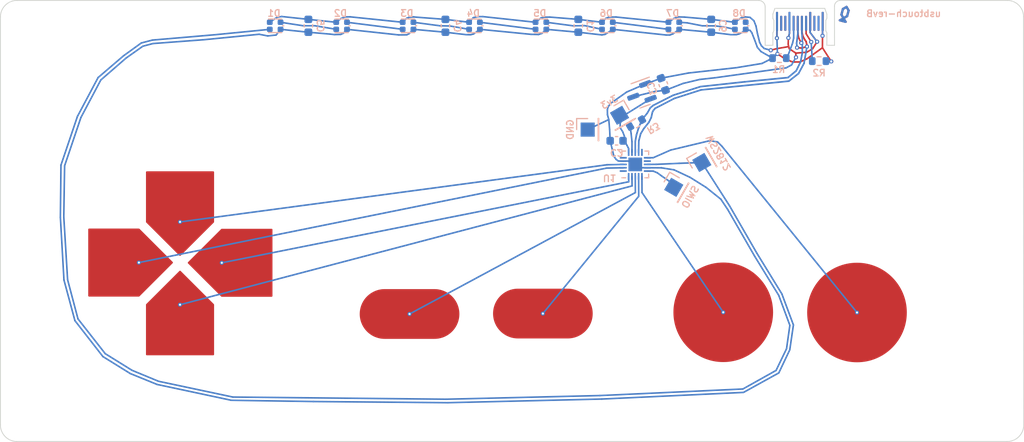
<source format=kicad_pcb>
(kicad_pcb (version 20240108) (generator "pcbnew") (generator_version "8.0")
  (layers (0 "F.Cu" signal) (31 "B.Cu" signal) (34 "B.Paste" user) (35 "F.Paste" user) (36 "B.SilkS" user "B.Silkscreen") (37 "F.SilkS" user "F.Silkscreen") (38 "B.Mask" user) (39 "F.Mask" user) (44 "Edge.Cuts" user))
  (net 0 "")
  (net 1 "GND")
  (net 2 "VDD")
  (net 3 "+5V")
  (net 4 "D+")
  (net 5 "D-")
  (net 6 "SWIO")
  (net 7 "DPU")
  (net 9 "A1")
  (net 10 "A0")
  (net 12 "A2")
  (net 14 "A3")
  (net 15 "A4")
  (net 16 "A7")
  (net 17 "A5")
  (net 18 "A6")
  (net 20 "Net-(J1-CC1)")
  (net 21 "SBU1")
  (net 22 "Net-(J1-CC2)")
  (net 23 "SBU2")
  (net 24 "WS2812")
  (net 25 "Net-(D1-DO)")
  (net 26 "Net-(D2-DO)")
  (net 27 "Net-(D3-DO)")
  (net 28 "Net-(D4-DO)")
  (net 29 "Net-(D5-DO)")
  (net 30 "Net-(D6-DO)")
  (net 31 "Net-(D7-DO)")
  (footprint "usbtouch:AB" (layer "F.Cu") (at 204.1906 87.884)
    (property "Reference" "J9" (hide yes))
    (property "Value" "A")
    (pad "1" smd circle (at 0 0) (size 12 12) (layers "F.Cu") (net 14 "A3"))
  )
  (footprint "usbtouch:DPAD" (layer "F.Cu") (at 138.7856 76.9888 -90)
    (property "Reference" "J5" (hide yes))
    (property "Value" "UP")
    (pad "1" smd custom (at 0 0 270) (size 2.286 1.524) (layers "F.Cu") (net 10 "A0") (options (clearance outline) (anchor rect)) (primitives (gr_poly (pts (xy -6 -4) (xy 0 -4) (xy 4 0) (xy 0 4) (xy -6 4)) (width 0.2) (fill yes))))
  )
  (footprint "usbtouch:DPAD" (layer "F.Cu") (at 133.8326 81.8896)
    (property "Reference" "J3" (hide yes))
    (property "Value" "LEFT")
    (pad "1" smd custom (at 0 0) (size 2.286 1.524) (layers "F.Cu") (net 9 "A1") (options (clearance outline) (anchor rect)) (primitives (gr_poly (pts (xy -6 -4) (xy 0 -4) (xy 4 0) (xy 0 4) (xy -6 4)) (width 0.2) (fill yes))))
  )
  (footprint "usbtouch:STARTSEL" (layer "F.Cu") (at 182.4736 88.0364)
    (property "Reference" "J8" (hide yes))
    (property "Value" "START")
    (pad "1" smd oval (at 0 0) (size 12 6) (layers "F.Cu") (net 15 "A4"))
  )
  (footprint "usbtouch:DPAD" (layer "F.Cu") (at 143.8148 81.915 180)
    (property "Reference" "J6" (hide yes))
    (property "Value" "RIGHT")
    (pad "1" smd custom (at 0 0 180) (size 2.286 1.524) (layers "F.Cu") (net 18 "A6") (options (clearance outline) (anchor rect)) (primitives (gr_poly (pts (xy -6 -4) (xy 0 -4) (xy 4 0) (xy 0 4) (xy -6 4)) (width 0.2) (fill yes))))
  )
  (footprint "usbtouch:STARTSEL" (layer "F.Cu") (at 166.4208 88.0872)
    (property "Reference" "J7" (hide yes))
    (property "Value" "SEL")
    (pad "1" smd oval (at 0 0) (size 12 6) (layers "F.Cu") (net 16 "A7"))
  )
  (footprint "usbtouch:DPAD" (layer "F.Cu") (at 138.7856 86.9682 90)
    (property "Reference" "J4" (hide yes))
    (property "Value" "DOWN")
    (pad "1" smd custom (at 0 0 90) (size 2.286 1.524) (layers "F.Cu") (net 17 "A5") (options (clearance outline) (anchor rect)) (primitives (gr_poly (pts (xy -6 -4) (xy 0 -4) (xy 4 0) (xy 0 4) (xy -6 4)) (width 0.2) (fill yes))))
  )
  (footprint "usbtouch:AB" (layer "F.Cu") (at 220.2942 87.9094)
    (property "Reference" "J10" (hide yes))
    (property "Value" "B")
    (pad "1" smd circle (at 0 0) (size 12 12) (layers "F.Cu") (net 12 "A2"))
  )
  (footprint "Capacitor_SMD:C_0603_1608Metric" (layer "B.Cu") (at 202.74 53.35 90)
    (property "Reference" "C6" (at 0 1.43 90) (layer "B.SilkS") (effects (font (size 0.8 0.8)) (justify mirror)))
    (property "Value" "1u")
    (pad "1" smd roundrect (at -0.775 0 90) (size 0.9 0.95) (layers "B.Cu" "B.Paste" "B.Mask") (net 1 "GND"))
    (pad "2" smd roundrect (at 0.775 0 90) (size 0.9 0.95) (layers "B.Cu" "B.Paste" "B.Mask") (net 3 "+5V"))
  )
  (footprint "cnhardware:XL-1615RGBC-WS2812B" (layer "B.Cu") (at 190.24 53.35 180)
    (property "Reference" "D6" (at 0.14 1.509999 0) (layer "B.SilkS") (effects (font (size 0.8 0.8)) (justify mirror)))
    (property "Value" "~")
    (pad "1" smd roundrect (at -0.650001 0.425 180) (size 0.7 0.65) (layers "B.Cu" "B.Paste" "B.Mask") (net 30 "Net-(D6-DO)"))
    (pad "2" smd roundrect (at 0.650001 0.425 180) (size 0.7 0.65) (layers "B.Cu" "B.Paste" "B.Mask") (net 3 "+5V"))
    (pad "3" smd roundrect (at -0.650001 -0.425 180) (size 0.7 0.65) (layers "B.Cu" "B.Paste" "B.Mask") (net 1 "GND"))
    (pad "4" smd roundrect (at 0.650001 -0.425 180) (size 0.7 0.65) (layers "B.Cu" "B.Paste" "B.Mask") (net 29 "Net-(D5-DO)"))
  )
  (footprint "cnhardware:XL-1615RGBC-WS2812B" (layer "B.Cu") (at 182.24 53.35 180)
    (property "Reference" "D5" (at 0.140001 1.51 0) (layer "B.SilkS") (effects (font (size 0.8 0.8)) (justify mirror)))
    (property "Value" "~")
    (pad "1" smd roundrect (at -0.650001 0.425 180) (size 0.7 0.65) (layers "B.Cu" "B.Paste" "B.Mask") (net 29 "Net-(D5-DO)"))
    (pad "2" smd roundrect (at 0.650001 0.425 180) (size 0.7 0.65) (layers "B.Cu" "B.Paste" "B.Mask") (net 3 "+5V"))
    (pad "3" smd roundrect (at -0.650001 -0.425 180) (size 0.7 0.65) (layers "B.Cu" "B.Paste" "B.Mask") (net 1 "GND"))
    (pad "4" smd roundrect (at 0.650001 -0.425 180) (size 0.7 0.65) (layers "B.Cu" "B.Paste" "B.Mask") (net 28 "Net-(D4-DO)"))
  )
  (footprint "Package_TO_SOT_SMD:SOT-23" (layer "B.Cu") (at 194.24412 61.577936 -160)
    (property "Reference" "U2" (hide yes))
    (property "Value" "XC6206P332MR")
    (pad "1" smd roundrect (at -0.937499 0.949999 200) (size 1.475 0.6) (layers "B.Cu" "B.Paste" "B.Mask") (net 1 "GND"))
    (pad "2" smd roundrect (at -0.937499 -0.95 200) (size 1.475 0.6) (layers "B.Cu" "B.Paste" "B.Mask") (net 2 "VDD"))
    (pad "3" smd roundrect (at 0.937499 0 200) (size 1.475 0.6) (layers "B.Cu" "B.Paste" "B.Mask") (net 3 "+5V"))
  )
  (footprint "cnhardware:XL-1615RGBC-WS2812B" (layer "B.Cu") (at 206.24 53.35 180)
    (property "Reference" "D8" (at 0.14 1.51 0) (layer "B.SilkS") (effects (font (size 0.8 0.8)) (justify mirror)))
    (property "Value" "~")
    (pad "1" smd roundrect (at -0.65 0.425 180) (size 0.7 0.65) (layers "B.Cu" "B.Paste" "B.Mask"))
    (pad "2" smd roundrect (at 0.65 0.425 180) (size 0.7 0.65) (layers "B.Cu" "B.Paste" "B.Mask") (net 3 "+5V"))
    (pad "3" smd roundrect (at -0.65 -0.425 180) (size 0.7 0.65) (layers "B.Cu" "B.Paste" "B.Mask") (net 1 "GND"))
    (pad "4" smd roundrect (at 0.65 -0.425 180) (size 0.7 0.65) (layers "B.Cu" "B.Paste" "B.Mask") (net 31 "Net-(D7-DO)"))
  )
  (footprint "Capacitor_SMD:C_0603_1608Metric" (layer "B.Cu") (at 154.24 53.35 90)
    (property "Reference" "C5" (at 0 1.43 -90) (layer "B.SilkS") (effects (font (size 0.8 0.8)) (justify mirror)))
    (property "Value" "1u")
    (pad "1" smd roundrect (at -0.775 0 90) (size 0.9 0.95) (layers "B.Cu" "B.Paste" "B.Mask") (net 1 "GND"))
    (pad "2" smd roundrect (at 0.775 0 90) (size 0.9 0.95) (layers "B.Cu" "B.Paste" "B.Mask") (net 3 "+5V"))
  )
  (footprint "cnhardware:XL-1615RGBC-WS2812B" (layer "B.Cu") (at 174.24 53.35 180)
    (property "Reference" "D4" (at 0.14 1.51 0) (layer "B.SilkS") (effects (font (size 0.8 0.8)) (justify mirror)))
    (property "Value" "~")
    (pad "1" smd roundrect (at -0.65 0.425 180) (size 0.7 0.65) (layers "B.Cu" "B.Paste" "B.Mask") (net 28 "Net-(D4-DO)"))
    (pad "2" smd roundrect (at 0.65 0.425 180) (size 0.7 0.65) (layers "B.Cu" "B.Paste" "B.Mask") (net 3 "+5V"))
    (pad "3" smd roundrect (at -0.65 -0.425 180) (size 0.7 0.65) (layers "B.Cu" "B.Paste" "B.Mask") (net 1 "GND"))
    (pad "4" smd roundrect (at 0.65 -0.425 180) (size 0.7 0.65) (layers "B.Cu" "B.Paste" "B.Mask") (net 27 "Net-(D3-DO)"))
  )
  (footprint "Capacitor_SMD:C_0603_1608Metric" (layer "B.Cu") (at 186.74 53.35 90)
    (property "Reference" "C1" (at 0 1.43 -90) (layer "B.SilkS") (effects (font (size 0.8 0.8)) (justify mirror)))
    (property "Value" "1u")
    (pad "1" smd roundrect (at -0.775 0 90) (size 0.9 0.95) (layers "B.Cu" "B.Paste" "B.Mask") (net 1 "GND"))
    (pad "2" smd roundrect (at 0.775 0 90) (size 0.9 0.95) (layers "B.Cu" "B.Paste" "B.Mask") (net 3 "+5V"))
  )
  (footprint "Connector_PinHeader_2.54mm:PinHeader_1x01_P2.54mm_Vertical" (layer "B.Cu") (at 187.867 65.8622 -90)
    (property "Reference" "J2" (hide yes))
    (property "Value" "GND" (at 0 2.1082 90) (layer "B.SilkS") (effects (font (size 0.8 0.8)) (justify mirror)))
    (pad "1" smd rect (at 0 0 270) (size 1.7 1.7) (layers "B.Cu" "B.Paste" "B.Mask") (net 1 "GND"))
  )
  (footprint "Capacitor_SMD:C_0603_1608Metric" (layer "B.Cu") (at 191.35 67.21)
    (property "Reference" "C2" (at 0 1.43 180) (layer "B.SilkS") (effects (font (size 0.8 0.8)) (justify mirror)))
    (property "Value" "1u")
    (pad "1" smd roundrect (at -0.775 0) (size 0.9 0.95) (layers "B.Cu" "B.Paste" "B.Mask") (net 1 "GND"))
    (pad "2" smd roundrect (at 0.775 0) (size 0.9 0.95) (layers "B.Cu" "B.Paste" "B.Mask") (net 2 "VDD"))
  )
  (footprint "cnhardware:XL-1615RGBC-WS2812B" (layer "B.Cu") (at 198.24 53.35 180)
    (property "Reference" "D7" (at 0.14 1.51 0) (layer "B.SilkS") (effects (font (size 0.8 0.8)) (justify mirror)))
    (property "Value" "~")
    (pad "1" smd roundrect (at -0.65 0.425 180) (size 0.7 0.65) (layers "B.Cu" "B.Paste" "B.Mask") (net 31 "Net-(D7-DO)"))
    (pad "2" smd roundrect (at 0.65 0.425 180) (size 0.7 0.65) (layers "B.Cu" "B.Paste" "B.Mask") (net 3 "+5V"))
    (pad "3" smd roundrect (at -0.65 -0.425 180) (size 0.7 0.65) (layers "B.Cu" "B.Paste" "B.Mask") (net 1 "GND"))
    (pad "4" smd roundrect (at 0.65 -0.425 180) (size 0.7 0.65) (layers "B.Cu" "B.Paste" "B.Mask") (net 30 "Net-(D6-DO)"))
  )
  (footprint "Resistor_SMD:R_0603_1608Metric" (layer "B.Cu") (at 215.7319 57.605599)
    (property "Reference" "R2" (at 0 1.43 0) (layer "B.SilkS") (effects (font (size 0.8 0.8)) (justify mirror)))
    (property "Value" "5.1k")
    (pad "1" smd roundrect (at -0.825 0) (size 0.8 0.95) (layers "B.Cu" "B.Paste" "B.Mask") (net 22 "Net-(J1-CC2)"))
    (pad "2" smd roundrect (at 0.825 0) (size 0.8 0.95) (layers "B.Cu" "B.Paste" "B.Mask") (net 1 "GND"))
  )
  (footprint "Capacitor_SMD:C_0603_1608Metric" (layer "B.Cu") (at 170.74 53.35 90)
    (property "Reference" "C4" (at 0 1.43 -90) (layer "B.SilkS") (effects (font (size 0.8 0.8)) (justify mirror)))
    (property "Value" "1u")
    (pad "1" smd roundrect (at -0.775 0 90) (size 0.9 0.95) (layers "B.Cu" "B.Paste" "B.Mask") (net 1 "GND"))
    (pad "2" smd roundrect (at 0.775 0 90) (size 0.9 0.95) (layers "B.Cu" "B.Paste" "B.Mask") (net 3 "+5V"))
  )
  (footprint "Connector_PinHeader_2.54mm:PinHeader_1x01_P2.54mm_Vertical" (layer "B.Cu") (at 198.2302 72.8218 -120)
    (property "Reference" "J12" (hide yes))
    (property "Value" "SWIO" (at 0 -2.33 60) (layer "B.SilkS") (effects (font (size 0.8 0.8)) (justify mirror)))
    (pad "1" smd rect (at 0 0 240) (size 1.7 1.7) (layers "B.Cu" "B.Paste" "B.Mask") (net 6 "SWIO"))
  )
  (footprint "cnhardware:XL-1615RGBC-WS2812B" (layer "B.Cu") (at 158.24 53.35 180)
    (property "Reference" "D2" (at 0.14 1.51 0) (layer "B.SilkS") (effects (font (size 0.8 0.8)) (justify mirror)))
    (property "Value" "~")
    (pad "1" smd roundrect (at -0.65 0.425 180) (size 0.7 0.65) (layers "B.Cu" "B.Paste" "B.Mask") (net 26 "Net-(D2-DO)"))
    (pad "2" smd roundrect (at 0.65 0.425 180) (size 0.7 0.65) (layers "B.Cu" "B.Paste" "B.Mask") (net 3 "+5V"))
    (pad "3" smd roundrect (at -0.65 -0.425 180) (size 0.7 0.65) (layers "B.Cu" "B.Paste" "B.Mask") (net 1 "GND"))
    (pad "4" smd roundrect (at 0.65 -0.425 180) (size 0.7 0.65) (layers "B.Cu" "B.Paste" "B.Mask") (net 25 "Net-(D1-DO)"))
  )
  (footprint "cnhardware:XL-1615RGBC-WS2812B" (layer "B.Cu") (at 166.24 53.35 180)
    (property "Reference" "D3" (at 0.14 1.51 0) (layer "B.SilkS") (effects (font (size 0.8 0.8)) (justify mirror)))
    (property "Value" "~")
    (pad "1" smd roundrect (at -0.65 0.425 180) (size 0.7 0.65) (layers "B.Cu" "B.Paste" "B.Mask") (net 27 "Net-(D3-DO)"))
    (pad "2" smd roundrect (at 0.65 0.425 180) (size 0.7 0.65) (layers "B.Cu" "B.Paste" "B.Mask") (net 3 "+5V"))
    (pad "3" smd roundrect (at -0.65 -0.425 180) (size 0.7 0.65) (layers "B.Cu" "B.Paste" "B.Mask") (net 1 "GND"))
    (pad "4" smd roundrect (at 0.65 -0.425 180) (size 0.7 0.65) (layers "B.Cu" "B.Paste" "B.Mask") (net 26 "Net-(D2-DO)"))
  )
  (footprint "Connector_PinHeader_2.54mm:PinHeader_1x01_P2.54mm_Vertical" (layer "B.Cu") (at 201.6084 69.8246 -60)
    (property "Reference" "J13" (hide yes))
    (property "Value" "WS2812" (at 0 -2.33 120) (layer "B.SilkS") (effects (font (size 0.8 0.8)) (justify mirror)))
    (pad "1" smd rect (at 0 0 300) (size 1.7 1.7) (layers "B.Cu" "B.Paste" "B.Mask") (net 24 "WS2812"))
  )
  (footprint "Connector_PinHeader_2.54mm:PinHeader_1x01_P2.54mm_Vertical" (layer "B.Cu") (at 191.7024 64.135 -150)
    (property "Reference" "J11" (hide yes))
    (property "Value" "3v3" (at 0.268458 1.973417 30) (layer "B.SilkS") (effects (font (size 0.8 0.8)) (justify mirror)))
    (pad "1" smd rect (at 0 0 210) (size 1.7 1.7) (layers "B.Cu" "B.Paste" "B.Mask") (net 2 "VDD"))
  )
  (footprint "Resistor_SMD:R_0603_1608Metric" (layer "B.Cu") (at 210.9519 57.245599 180)
    (property "Reference" "R1" (at 0.09 -1.37 0) (layer "B.SilkS") (effects (font (size 0.8 0.8)) (justify mirror)))
    (property "Value" "5.1k")
    (pad "1" smd roundrect (at -0.825 0 180) (size 0.8 0.95) (layers "B.Cu" "B.Paste" "B.Mask") (net 20 "Net-(J1-CC1)"))
    (pad "2" smd roundrect (at 0.825 0 180) (size 0.8 0.95) (layers "B.Cu" "B.Paste" "B.Mask") (net 1 "GND"))
  )
  (footprint "Resistor_SMD:R_0603_1608Metric" (layer "B.Cu") (at 193.69 65.08 30)
    (property "Reference" "R3" (at 1.503469 1.547916 -150) (layer "B.SilkS") (effects (font (size 0.8 0.8)) (justify mirror)))
    (property "Value" "1.5k")
    (pad "1" smd roundrect (at -0.825 0 30) (size 0.8 0.95) (layers "B.Cu" "B.Paste" "B.Mask") (net 7 "DPU"))
    (pad "2" smd roundrect (at 0.825 0 30) (size 0.8 0.95) (layers "B.Cu" "B.Paste" "B.Mask") (net 5 "D-"))
  )
  (footprint "Package_DFN_QFN:QFN-20-1EP_3x3mm_P0.4mm_EP1.65x1.65mm" (layer "B.Cu") (at 193.6 70.06)
    (property "Reference" "U1" (at -3.0914 1.6442 180) (layer "B.SilkS") (effects (font (size 0.8 0.8)) (justify mirror)))
    (property "Value" "CH32V003F4U6")
    (pad "1" smd roundrect (at -1.45 0.8) (size 0.85 0.2) (layers "B.Cu" "B.Paste" "B.Mask"))
    (pad "2" smd roundrect (at -1.45 0.4) (size 0.85 0.2) (layers "B.Cu" "B.Paste" "B.Mask") (net 9 "A1"))
    (pad "3" smd roundrect (at -1.45 0) (size 0.85 0.2) (layers "B.Cu" "B.Paste" "B.Mask") (net 10 "A0"))
    (pad "4" smd roundrect (at -1.45 -0.4) (size 0.85 0.2) (layers "B.Cu" "B.Paste" "B.Mask") (net 1 "GND"))
    (pad "5" smd roundrect (at -1.45 -0.8) (size 0.85 0.2) (layers "B.Cu" "B.Paste" "B.Mask"))
    (pad "6" smd roundrect (at -0.8 -1.45) (size 0.2 0.85) (layers "B.Cu" "B.Paste" "B.Mask") (net 2 "VDD"))
    (pad "7" smd roundrect (at -0.4 -1.45) (size 0.2 0.85) (layers "B.Cu" "B.Paste" "B.Mask") (net 7 "DPU"))
    (pad "8" smd roundrect (at 0 -1.45) (size 0.2 0.85) (layers "B.Cu" "B.Paste" "B.Mask") (net 5 "D-"))
    (pad "9" smd roundrect (at 0.4 -1.45) (size 0.2 0.85) (layers "B.Cu" "B.Paste" "B.Mask") (net 4 "D+"))
    (pad "10" smd roundrect (at 0.8 -1.45) (size 0.2 0.85) (layers "B.Cu" "B.Paste" "B.Mask"))
    (pad "11" smd roundrect (at 1.45 -0.8) (size 0.85 0.2) (layers "B.Cu" "B.Paste" "B.Mask") (net 12 "A2"))
    (pad "12" smd roundrect (at 1.45 -0.4) (size 0.85 0.2) (layers "B.Cu" "B.Paste" "B.Mask"))
    (pad "13" smd roundrect (at 1.45 0) (size 0.85 0.2) (layers "B.Cu" "B.Paste" "B.Mask") (net 24 "WS2812"))
    (pad "14" smd roundrect (at 1.45 0.4) (size 0.85 0.2) (layers "B.Cu" "B.Paste" "B.Mask") (net 1 "GND"))
    (pad "15" smd roundrect (at 1.45 0.8) (size 0.85 0.2) (layers "B.Cu" "B.Paste" "B.Mask") (net 6 "SWIO"))
    (pad "16" smd roundrect (at 0.8 1.45) (size 0.2 0.85) (layers "B.Cu" "B.Paste" "B.Mask") (net 14 "A3"))
    (pad "17" smd roundrect (at 0.4 1.45) (size 0.2 0.85) (layers "B.Cu" "B.Paste" "B.Mask") (net 15 "A4"))
    (pad "18" smd roundrect (at 0 1.45) (size 0.2 0.85) (layers "B.Cu" "B.Paste" "B.Mask") (net 16 "A7"))
    (pad "19" smd roundrect (at -0.4 1.45) (size 0.2 0.85) (layers "B.Cu" "B.Paste" "B.Mask") (net 17 "A5"))
    (pad "20" smd roundrect (at -0.8 1.45) (size 0.2 0.85) (layers "B.Cu" "B.Paste" "B.Mask") (net 18 "A6"))
    (pad "21" smd rect (at 0 0) (size 1.65 1.65) (layers "B.Cu" "B.Mask") (net 1 "GND"))
  )
  (footprint "cnhardware:USB_C_PADDLE" (layer "B.Cu") (at 213.4127 53.695799 180)
    (property "Reference" "J1" (hide yes))
    (property "Value" "USB_C_Receptacle_USB2.0")
    (fp_line (start 3.250001 1.75) (end 3 2.45) (stroke (width 0.1)) (layer "Edge.Cuts"))
    (fp_line (start 3.250001 1.25) (end 3.250001 1.75) (stroke (width 0.1)) (layer "Edge.Cuts"))
    (fp_line (start 3.250001 -0.5) (end 3.25 -2) (stroke (width 0.1)) (layer "Edge.Cuts"))
    (fp_line (start 3.125 0.999999) (end 3.250001 1.25) (stroke (width 0.1)) (layer "Edge.Cuts"))
    (fp_line (start 3.124999 -0.25) (end 3.250001 -0.5) (stroke (width 0.1)) (layer "Edge.Cuts"))
    (fp_line (start 3.124999 -0.25) (end 3.125 0.999999) (stroke (width 0.1)) (layer "Edge.Cuts"))
    (fp_line (start -3 2.45) (end 3 2.45) (stroke (width 0.1)) (layer "Edge.Cuts"))
    (fp_line (start -3.124999 1) (end -3.250001 1.25) (stroke (width 0.1)) (layer "Edge.Cuts"))
    (fp_line (start -3.124999 -0.25) (end -3.124999 1) (stroke (width 0.1)) (layer "Edge.Cuts"))
    (fp_line (start -3.124999 -0.25) (end -3.250001 -0.5) (stroke (width 0.1)) (layer "Edge.Cuts"))
    (fp_line (start -3.25 1.749999) (end -3 2.45) (stroke (width 0.1)) (layer "Edge.Cuts"))
    (fp_line (start -3.25 -2) (end -3.250001 -0.5) (stroke (width 0.1)) (layer "Edge.Cuts"))
    (fp_line (start -3.250001 1.25) (end -3.25 1.749999) (stroke (width 0.1)) (layer "Edge.Cuts"))
    (pad "A1" smd roundrect (at 2.75 0.875 180) (size 0.25 2.3) (layers "B.Cu" "B.Paste" "B.Mask") (net 1 "GND"))
    (pad "A2" smd roundrect (at 2.25 0.650001 180) (size 0.25 1.8) (layers "B.Cu" "B.Paste" "B.Mask"))
    (pad "A3" smd roundrect (at 1.749999 0.65 180) (size 0.25 1.8) (layers "B.Cu" "B.Paste" "B.Mask"))
    (pad "A4" smd roundrect (at 1.25 0.875 180) (size 0.25 2.3) (layers "B.Cu" "B.Paste" "B.Mask") (net 3 "+5V"))
    (pad "A5" smd roundrect (at 0.75 0.65 180) (size 0.25 1.8) (layers "B.Cu" "B.Paste" "B.Mask") (net 20 "Net-(J1-CC1)"))
    (pad "A6" smd roundrect (at 0.249999 0.65 180) (size 0.25 1.8) (layers "B.Cu" "B.Paste" "B.Mask") (net 4 "D+"))
    (pad "A7" smd roundrect (at -0.25 0.650001) (size 0.25 1.8) (layers "B.Cu" "B.Paste" "B.Mask") (net 5 "D-"))
    (pad "A8" smd roundrect (at -0.75 0.65) (size 0.25 1.8) (layers "B.Cu" "B.Paste" "B.Mask") (net 21 "SBU1"))
    (pad "A9" smd roundrect (at -1.25 0.875) (size 0.25 2.3) (layers "B.Cu" "B.Paste" "B.Mask") (net 3 "+5V"))
    (pad "A10" smd roundrect (at -1.75 0.650001) (size 0.25 1.8) (layers "B.Cu" "B.Paste" "B.Mask"))
    (pad "A11" smd roundrect (at -2.25 0.650001) (size 0.25 1.8) (layers "B.Cu" "B.Paste" "B.Mask"))
    (pad "A12" smd roundrect (at -2.75 0.875) (size 0.25 2.3) (layers "B.Cu" "B.Paste" "B.Mask") (net 1 "GND"))
    (pad "B1" smd roundrect (at -2.75 0.87 180) (size 0.25 2.3) (layers "F.Cu" "F.Paste" "F.Mask") (net 1 "GND"))
    (pad "B2" smd roundrect (at -2.25 0.645 180) (size 0.25 1.8) (layers "F.Cu" "F.Paste" "F.Mask"))
    (pad "B3" smd roundrect (at -1.749999 0.645 180) (size 0.25 1.8) (layers "F.Cu" "F.Paste" "F.Mask"))
    (pad "B4" smd roundrect (at -1.25 0.87 180) (size 0.25 2.3) (layers "F.Cu" "F.Paste" "F.Mask") (net 3 "+5V"))
    (pad "B5" smd roundrect (at -0.75 0.645 180) (size 0.25 1.8) (layers "F.Cu" "F.Paste" "F.Mask") (net 22 "Net-(J1-CC2)"))
    (pad "B6" smd roundrect (at -0.25 0.644999 180) (size 0.25 1.8) (layers "F.Cu" "F.Paste" "F.Mask") (net 4 "D+"))
    (pad "B7" smd roundrect (at 0.25 0.644999) (size 0.25 1.8) (layers "F.Cu" "F.Paste" "F.Mask") (net 5 "D-"))
    (pad "B8" smd roundrect (at 0.75 0.645) (size 0.25 1.8) (layers "F.Cu" "F.Paste" "F.Mask") (net 23 "SBU2"))
    (pad "B9" smd roundrect (at 1.25 0.87) (size 0.25 2.3) (layers "F.Cu" "F.Paste" "F.Mask") (net 3 "+5V"))
    (pad "B10" smd roundrect (at 1.75 0.644999) (size 0.25 1.8) (layers "F.Cu" "F.Paste" "F.Mask"))
    (pad "B11" smd roundrect (at 2.25 0.645) (size 0.25 1.8) (layers "F.Cu" "F.Paste" "F.Mask"))
    (pad "B12" smd roundrect (at 2.75 0.87) (size 0.25 2.3) (layers "F.Cu" "F.Paste" "F.Mask") (net 1 "GND"))
  )
  (footprint "cnhardware:XL-1615RGBC-WS2812B" (layer "B.Cu") (at 150.24 53.35 180)
    (property "Reference" "D1" (at 0.14 1.509999 0) (layer "B.SilkS") (effects (font (size 0.8 0.8)) (justify mirror)))
    (property "Value" "~")
    (pad "1" smd roundrect (at -0.650001 0.425 180) (size 0.7 0.65) (layers "B.Cu" "B.Paste" "B.Mask") (net 25 "Net-(D1-DO)"))
    (pad "2" smd roundrect (at 0.650001 0.425 180) (size 0.7 0.65) (layers "B.Cu" "B.Paste" "B.Mask") (net 3 "+5V"))
    (pad "3" smd roundrect (at -0.650001 -0.425 180) (size 0.7 0.65) (layers "B.Cu" "B.Paste" "B.Mask") (net 1 "GND"))
    (pad "4" smd roundrect (at 0.650001 -0.425 180) (size 0.7 0.65) (layers "B.Cu" "B.Paste" "B.Mask") (net 24 "WS2812"))
  )
  (footprint "Capacitor_SMD:C_0603_1608Metric" (layer "B.Cu") (at 196.97 60.39 -70)
    (property "Reference" "C3" (at 0 1.43 110) (layer "B.SilkS") (effects (font (size 0.8 0.8)) (justify mirror)))
    (property "Value" "1u")
    (pad "1" smd roundrect (at -0.775 -0.000001 290) (size 0.9 0.95) (layers "B.Cu" "B.Paste" "B.Mask") (net 1 "GND"))
    (pad "2" smd roundrect (at 0.775 0.000001 290) (size 0.9 0.95) (layers "B.Cu" "B.Paste" "B.Mask") (net 3 "+5V"))
  )
  (gr_line (start 240.345527 52.249973) (end 240.37 101.46) (stroke (width 0.1)) (layer "Edge.Cuts"))
  (gr_arc (start 208.4529 50.292199) (mid 209.009676 50.522823) (end 209.2403 51.079599) (stroke (width 0.1)) (layer "Edge.Cuts"))
  (gr_arc (start 217.5827 50.992199) (mid 217.787725 50.497224) (end 218.2827 50.292199) (stroke (width 0.1)) (layer "Edge.Cuts"))
  (gr_arc (start 238.41 50.29) (mid 239.780725 50.872051) (end 240.345527 52.249973) (stroke (width 0.1)) (layer "Edge.Cuts"))
  (gr_line (start 209.2403 51.079599) (end 209.2403 55.702399) (stroke (width 0.1)) (layer "Edge.Cuts"))
  (gr_line (start 238.37 103.46) (end 119.12 103.46) (stroke (width 0.1)) (layer "Edge.Cuts"))
  (gr_arc (start 117.16 52.29) (mid 117.745786 50.875786) (end 119.16 50.29) (stroke (width 0.1)) (layer "Edge.Cuts"))
  (gr_line (start 217.5827 50.992199) (end 217.587725 55.702399) (stroke (width 0.1)) (layer "Edge.Cuts"))
  (gr_line (start 209.2403 55.702399) (end 210.1627 55.695799) (stroke (width 0.1)) (layer "Edge.Cuts"))
  (gr_arc (start 119.12 103.46) (mid 117.732239 102.860128) (end 117.160808 101.460416) (stroke (width 0.1)) (layer "Edge.Cuts"))
  (gr_line (start 217.587725 55.702399) (end 216.6627 55.695799) (stroke (width 0.1)) (layer "Edge.Cuts"))
  (gr_line (start 119.16 50.29) (end 208.4529 50.292199) (stroke (width 0.1)) (layer "Edge.Cuts"))
  (gr_line (start 218.2827 50.292199) (end 238.41 50.29) (stroke (width 0.1)) (layer "Edge.Cuts"))
  (gr_line (start 117.160808 101.460416) (end 117.16 52.29) (stroke (width 0.1)) (layer "Edge.Cuts"))
  (gr_arc (start 240.37 101.46) (mid 239.784214 102.874214) (end 238.37 103.46) (stroke (width 0.1)) (layer "Edge.Cuts"))
  (gr_text "usbtouch-revB" (at 230.5 52.34 0) (layer "B.SilkS") (effects (font (size 0.8 0.8)) (justify left bottom mirror)))
  (segment (start 219.28582 51.505305) (end 219.102806 52.188318) (width 0.27) (layer "F.Cu") (net 0))
  (segment (start 218.919794 52.871332) (end 218.419794 52.005305) (width 0.27) (layer "F.Cu") (net 0))
  (segment (start 218.419794 52.005305) (end 218.602806 51.322293) (width 0.27) (layer "F.Cu") (net 0))
  (segment (start 218.602806 51.322293) (end 219.035819 51.072293) (width 0.27) (layer "F.Cu") (net 0))
  (segment (start 218.236782 52.688318) (end 218.919794 52.871332) (width 0.27) (layer "F.Cu") (net 0))
  (segment (start 219.102806 52.188318) (end 218.236782 52.688318) (width 0.27) (layer "F.Cu") (net 0))
  (segment (start 219.035819 51.072293) (end 219.28582 51.505305) (width 0.27) (layer "F.Cu") (net 0))
  (segment (start 218.919794 52.871332) (end 218.236782 52.688318) (width 0.27) (layer "B.Cu") (net 0))
  (segment (start 219.102806 52.188317) (end 219.28582 51.505305) (width 0.27) (layer "B.Cu") (net 0))
  (segment (start 219.28582 51.505305) (end 219.035819 51.072293) (width 0.27) (layer "B.Cu") (net 0))
  (segment (start 218.236782 52.688318) (end 219.102806 52.188317) (width 0.27) (layer "B.Cu") (net 0))
  (segment (start 218.602806 51.322293) (end 218.419794 52.005305) (width 0.27) (layer "B.Cu") (net 0))
  (segment (start 218.419794 52.005305) (end 218.919794 52.871332) (width 0.27) (layer "B.Cu") (net 0))
  (segment (start 219.035819 51.072293) (end 218.602806 51.322293) (width 0.27) (layer "B.Cu") (net 0))
  (segment (start 214.2695 57.327999) (end 213.4313 57.708999) (width 0.19) (layer "F.Cu") (net 1))
  (segment (start 216.133555 55.995599) (end 217.1919 57.645599) (width 0.19) (layer "F.Cu") (net 1))
  (segment (start 216.1627 52.825799) (end 216.1419 54.555599) (width 0.19) (layer "F.Cu") (net 1))
  (segment (start 216.133555 55.995599) (end 214.2695 57.327999) (width 0.19) (layer "F.Cu") (net 1))
  (segment (start 216.133555 55.995599) (end 216.1419 54.555599) (width 0.19) (layer "F.Cu") (net 1))
  (segment (start 212.7709 57.708999) (end 212.3899 57.658199) (width 0.19) (layer "F.Cu") (net 1))
  (segment (start 211.3993 57.175599) (end 210.7135 56.743799) (width 0.19) (layer "F.Cu") (net 1))
  (segment (start 213.4313 57.708999) (end 212.7709 57.708999) (width 0.19) (layer "F.Cu") (net 1))
  (segment (start 212.3899 57.658199) (end 211.3993 57.175599) (width 0.19) (layer "F.Cu") (net 1))
  (segment (start 210.6627 52.825799) (end 210.6519 54.835599) (width 0.19) (layer "F.Cu") (net 1))
  (via (at 216.1419 54.555599) (size 0.5) (drill 0.25) (layers "F.Cu" "B.Cu") (net 1))
  (via (at 217.1919 57.645599) (size 0.5) (drill 0.25) (layers "F.Cu" "B.Cu") (net 1))
  (via (at 210.7135 56.743799) (size 0.5) (drill 0.25) (layers "F.Cu" "B.Cu") (net 1))
  (via (at 210.6519 54.835599) (size 0.5) (drill 0.25) (layers "F.Cu" "B.Cu") (net 1))
  (segment (start 200 59.04) (end 196.704935 59.661738) (width 0.19) (layer "B.Cu") (net 1))
  (segment (start 170.83 98.36) (end 145.14 98.1) (width 0.19) (layer "B.Cu") (net 1))
  (segment (start 207.63 54.18) (end 207.42 53.91) (width 0.19) (layer "B.Cu") (net 1))
  (segment (start 191.29 69.45) (end 191.03 69.09) (width 0.19) (layer "B.Cu") (net 1))
  (segment (start 205.11 54.42) (end 202.74 54.125) (width 0.19) (layer "B.Cu") (net 1))
  (segment (start 203.9 74.25) (end 204.72 75.48) (width 0.19) (layer "B.Cu") (net 1))
  (segment (start 124.89 70.22) (end 126.85 64.41) (width 0.19) (layer "B.Cu") (net 1))
  (segment (start 207.42 53.91) (end 206.89 53.775) (width 0.19) (layer "B.Cu") (net 1))
  (segment (start 191.03 69.09) (end 190.575 67.21) (width 0.19) (layer "B.Cu") (net 1))
  (segment (start 190.51 65.86) (end 190.575 67.21) (width 0.19) (layer "B.Cu") (net 1))
  (segment (start 166.37 54.3) (end 166.89 53.775) (width 0.19) (layer "B.Cu") (net 1))
  (segment (start 190.63 62.7) (end 192.57 61.33) (width 0.19) (layer "B.Cu") (net 1))
  (segment (start 156.85 54.35) (end 157.37 54.41) (width 0.19) (layer "B.Cu") (net 1))
  (segment (start 157.37 54.41) (end 158.13 54.39) (width 0.19) (layer "B.Cu") (net 1))
  (segment (start 166.09 54.44) (end 166.37 54.3) (width 0.19) (layer "B.Cu") (net 1))
  (segment (start 216.1419 54.555599) (end 216.1627 52.820799) (width 0.19) (layer "B.Cu") (net 1))
  (segment (start 190.24 63.46) (end 190.32 63.13) (width 0.19) (layer "B.Cu") (net 1))
  (segment (start 174.12 54.34) (end 174.89 53.775) (width 0.19) (layer "B.Cu") (net 1))
  (segment (start 190.41 64.65) (end 190.25 64.08) (width 0.19) (layer "B.Cu") (net 1))
  (segment (start 181.04 54.38) (end 181.95 54.4) (width 0.19) (layer "B.Cu") (net 1))
  (segment (start 189.95 54.385) (end 189.58 54.45) (width 0.19) (layer "B.Cu") (net 1))
  (segment (start 182.36 54.26) (end 182.890001 53.775) (width 0.19) (layer "B.Cu") (net 1))
  (segment (start 165.12 54.45) (end 166.09 54.44) (width 0.19) (layer "B.Cu") (net 1))
  (segment (start 166.89 53.775) (end 170.74 54.125) (width 0.19) (layer "B.Cu") (net 1))
  (segment (start 186.74 54.125) (end 182.890001 53.775) (width 0.19) (layer "B.Cu") (net 1))
  (segment (start 198.26 70.71) (end 200.2 71.62) (width 0.19) (layer "B.Cu") (net 1))
  (segment (start 208.3 55.95) (end 207.97 55.05) (width 0.19) (layer "B.Cu") (net 1))
  (segment (start 202.14 72.84) (end 203.9 74.25) (width 0.19) (layer "B.Cu") (net 1))
  (segment (start 148.32 54.37) (end 149.34 54.57) (width 0.19) (layer "B.Cu") (net 1))
  (segment (start 148.32 54.37) (end 141.74 55.02) (width 0.19) (layer "B.Cu") (net 1))
  (segment (start 204.72 75.48) (end 207.97 81.12) (width 0.19) (layer "B.Cu") (net 1))
  (segment (start 173.77 54.43) (end 174.12 54.34) (width 0.19) (layer "B.Cu") (net 1))
  (segment (start 149.34 54.57) (end 150.36 54.46) (width 0.19) (layer "B.Cu") (net 1))
  (segment (start 205.76 54.42) (end 205.11 54.42) (width 0.19) (layer "B.Cu") (net 1))
  (segment (start 191.56 69.65) (end 192.15 69.66) (width 0.19) (layer "B.Cu") (net 1))
  (segment (start 124.79 76.38) (end 124.89 70.22) (width 0.19) (layer "B.Cu") (net 1))
  (segment (start 190.41 64.65) (end 190.51 65.86) (width 0.19) (layer "B.Cu") (net 1))
  (segment (start 200 59.04) (end 205.76 58.4) (width 0.19) (layer "B.Cu") (net 1))
  (segment (start 158.13 54.39) (end 158.46 54.24) (width 0.19) (layer "B.Cu") (net 1))
  (segment (start 196.75 70.47) (end 198.26 70.71) (width 0.19) (layer "B.Cu") (net 1))
  (segment (start 198.89 53.775) (end 202.74 54.125) (width 0.19) (layer "B.Cu") (net 1))
  (segment (start 196.704935 59.661738) (end 194.344 60.5586) (width 0.19) (layer "B.Cu") (net 1))
  (segment (start 210.87 85.84) (end 212.21 89.45) (width 0.19) (layer "B.Cu") (net 1))
  (segment (start 198.14 54.32) (end 197.77 54.46) (width 0.19) (layer "B.Cu") (net 1))
  (segment (start 198.89 53.775) (end 198.14 54.32) (width 0.19) (layer "B.Cu") (net 1))
  (segment (start 205.76 58.4) (end 208.85 57.89) (width 0.19) (layer "B.Cu") (net 1))
  (segment (start 206.55 97.13) (end 189.33 97.92) (width 0.19) (layer "B.Cu") (net 1))
  (segment (start 210.1269 57.245599) (end 208.74 56.46) (width 0.19) (layer "B.Cu") (net 1))
  (segment (start 154.24 54.125) (end 156.85 54.35) (width 0.19) (layer "B.Cu") (net 1))
  (segment (start 195.05 70.46) (end 196.75 70.47) (width 0.19) (layer "B.Cu") (net 1))
  (segment (start 200.2 71.62) (end 202.14 72.84) (width 0.19) (layer "B.Cu") (net 1))
  (segment (start 133.01 94.88) (end 129.78 92.87) (width 0.19) (layer "B.Cu") (net 1))
  (segment (start 173.25 54.42) (end 173.77 54.43) (width 0.19) (layer "B.Cu") (net 1))
  (segment (start 211.81 92.28) (end 210.55 94.89) (width 0.19) (layer "B.Cu") (net 1))
  (segment (start 125.25 83.96) (end 124.79 76.38) (width 0.19) (layer "B.Cu") (net 1))
  (segment (start 132.29 57.24) (end 134.31 55.81) (width 0.19) (layer "B.Cu") (net 1))
  (segment (start 134.31 55.81) (end 135.52 55.49) (width 0.19) (layer "B.Cu") (net 1))
  (segment (start 206.45 54.16) (end 206.07 54.34) (width 0.19) (layer "B.Cu") (net 1))
  (segment (start 197.31 54.46) (end 190.890001 53.775) (width 0.19) (layer "B.Cu") (net 1))
  (segment (start 126.5 88.68) (end 125.25 83.96) (width 0.19) (layer "B.Cu") (net 1))
  (segment (start 208.74 56.46) (end 208.3 55.95) (width 0.19) (layer "B.Cu") (net 1))
  (segment (start 212.21 89.45) (end 211.81 92.28) (width 0.19) (layer "B.Cu") (net 1))
  (segment (start 136.2 96.2) (end 133.01 94.88) (width 0.19) (layer "B.Cu") (net 1))
  (segment (start 191.29 69.45) (end 191.56 69.65) (width 0.19) (layer "B.Cu") (net 1))
  (segment (start 192.71 69.65) (end 193.6 70.06) (width 0.19) (layer "B.Cu") (net 1))
  (segment (start 154.24 54.125) (end 150.890001 53.775) (width 0.19) (layer "B.Cu") (net 1))
  (segment (start 145.14 98.1) (end 136.2 96.2) (width 0.19) (layer "B.Cu") (net 1))
  (segment (start 174.89 53.775) (end 181.04 54.38) (width 0.19) (layer "B.Cu") (net 1))
  (segment (start 190.25 64.08) (end 190.24 63.46) (width 0.19) (layer "B.Cu") (net 1))
  (segment (start 208.85 57.89) (end 210.1269 57.245599) (width 0.19) (layer "B.Cu") (net 1))
  (segment (start 207.97 81.12) (end 210.87 85.84) (width 0.19) (layer "B.Cu") (net 1))
  (segment (start 206.07 54.34) (end 205.76 54.42) (width 0.19) (layer "B.Cu") (net 1))
  (segment (start 190.41 64.65) (end 187.867 65.8622) (width 0.19) (layer "B.Cu") (net 1))
  (segment (start 207.97 55.05) (end 207.63 54.18) (width 0.19) (layer "B.Cu") (net 1))
  (segment (start 210.7135 56.743799) (end 210.1269 57.245599) (width 0.19) (layer "B.Cu") (net 1))
  (segment (start 150.36 54.46) (end 150.890001 53.775) (width 0.19) (layer "B.Cu") (net 1))
  (segment (start 195.05 70.46) (end 193.88 70.46) (width 0.19) (layer "B.Cu") (net 1))
  (segment (start 190.890001 53.775) (end 190.23 54.22) (width 0.19) (layer "B.Cu") (net 1))
  (segment (start 158.46 54.24) (end 158.89 53.775) (width 0.19) (layer "B.Cu") (net 1))
  (segment (start 129.25 59.88) (end 132.29 57.24) (width 0.19) (layer "B.Cu") (net 1))
  (segment (start 189.58 54.45) (end 186.74 54.125) (width 0.19) (layer "B.Cu") (net 1))
  (segment (start 190.32 63.13) (end 190.63 62.7) (width 0.19) (layer "B.Cu") (net 1))
  (segment (start 190.23 54.22) (end 189.95 54.385) (width 0.19) (layer "B.Cu") (net 1))
  (segment (start 135.52 55.49) (end 141.74 55.02) (width 0.19) (layer "B.Cu") (net 1))
  (segment (start 192.15 69.66) (end 192.71 69.65) (width 0.19) (layer "B.Cu") (net 1))
  (segment (start 210.6519 54.835599) (end 210.6627 52.820799) (width 0.19) (layer "B.Cu") (net 1))
  (segment (start 206.89 53.775) (end 206.45 54.16) (width 0.19) (layer "B.Cu") (net 1))
  (segment (start 192.57 61.33) (end 194.800162 60.364585) (width 0.19) (layer "B.Cu") (net 1))
  (segment (start 126.85 64.41) (end 129.25 59.88) (width 0.19) (layer "B.Cu") (net 1))
  (segment (start 210.55 94.89) (end 206.55 97.13) (width 0.19) (layer "B.Cu") (net 1))
  (segment (start 197.77 54.46) (end 197.31 54.46) (width 0.19) (layer "B.Cu") (net 1))
  (segment (start 189.33 97.92) (end 170.83 98.36) (width 0.19) (layer "B.Cu") (net 1))
  (segment (start 129.78 92.87) (end 126.5 88.68) (width 0.19) (layer "B.Cu") (net 1))
  (segment (start 158.89 53.775) (end 165.12 54.45) (width 0.19) (layer "B.Cu") (net 1))
  (segment (start 210.7135 56.743799) (end 210.6519 54.835599) (width 0.19) (layer "B.Cu") (net 1))
  (segment (start 170.74 54.125) (end 173.25 54.42) (width 0.19) (layer "B.Cu") (net 1))
  (segment (start 181.95 54.4) (end 182.36 54.26) (width 0.19) (layer "B.Cu") (net 1))
  (segment (start 217.1919 57.645599) (end 216.5569 57.605599) (width 0.19) (layer "B.Cu") (net 1))
  (segment (start 192.2612 64.135) (end 191.7786 65.1002) (width 0.19) (layer "B.Cu") (net 2))
  (segment (start 191.7786 65.1002) (end 191.7786 65.6336) (width 0.19) (layer "B.Cu") (net 2))
  (segment (start 195.45 62.15) (end 192.2612 64.135) (width 0.19) (layer "B.Cu") (net 2))
  (segment (start 192.2866 66.6496) (end 192.31 67.21) (width 0.19) (layer "B.Cu") (net 2))
  (segment (start 192.606056 67.777944) (end 192.31 67.21) (width 0.19) (layer "B.Cu") (net 2))
  (segment (start 192.8 68.61) (end 192.8 68.15) (width 0.19) (layer "B.Cu") (net 2))
  (segment (start 192.8 68.15) (end 192.606056 67.777944) (width 0.19) (layer "B.Cu") (net 2))
  (segment (start 192.0834 66.1162) (end 192.2866 66.6496) (width 0.19) (layer "B.Cu") (net 2))
  (segment (start 191.7786 65.6336) (end 192.0834 66.1162) (width 0.19) (layer "B.Cu") (net 2))
  (segment (start 212.9487 57.150199) (end 212.9233 56.642199) (width 0.19) (layer "F.Cu") (net 3))
  (segment (start 210.6219 56.105599) (end 209.9119 56.295599) (width 0.19) (layer "F.Cu") (net 3))
  (segment (start 212.075614 55.855599) (end 212.0089 55.575399) (width 0.19) (layer "F.Cu") (net 3))
  (segment (start 212.1359 56.108799) (end 212.075614 55.855599) (width 0.19) (layer "F.Cu") (net 3))
  (segment (start 215.4887 55.270599) (end 214.6505 54.152999) (width 0.19) (layer "F.Cu") (net 3))
  (segment (start 214.2441 56.540599) (end 212.9233 56.642199) (width 0.19) (layer "F.Cu") (net 3))
  (segment (start 212.075614 55.855599) (end 210.6219 56.105599) (width 0.19) (layer "F.Cu") (net 3))
  (segment (start 215.4887 55.270599) (end 214.9553 56.108799) (width 0.19) (layer "F.Cu") (net 3))
  (segment (start 212.1627 52.825799) (end 212.1613 54.229199) (width 0.19) (layer "F.Cu") (net 3))
  (segment (start 212.0089 55.575399) (end 212.0343 54.813399) (width 0.19) (layer "F.Cu") (net 3))
  (segment (start 212.1613 54.229199) (end 212.0343 54.813399) (width 0.19) (layer "F.Cu") (net 3))
  (segment (start 212.9233 56.642199) (end 212.1359 56.108799) (width 0.19) (layer "F.Cu") (net 3))
  (segment (start 214.9553 56.108799) (end 214.2441 56.540599) (width 0.19) (layer "F.Cu") (net 3))
  (segment (start 214.6505 54.152999) (end 214.6627 52.825799) (width 0.19) (layer "F.Cu") (net 3))
  (via (at 212.0343 54.813399) (size 0.5) (drill 0.25) (layers "F.Cu" "B.Cu") (net 3))
  (via (at 212.9487 57.150199) (size 0.5) (drill 0.25) (layers "F.Cu" "B.Cu") (net 3))
  (via (at 215.4887 55.270599) (size 0.5) (drill 0.25) (layers "F.Cu" "B.Cu") (net 3))
  (via (at 209.9119 56.295599) (size 0.5) (drill 0.25) (layers "F.Cu" "B.Cu") (net 3))
  (segment (start 170.74 52.575) (end 167.37 52.32) (width 0.19) (layer "B.Cu") (net 3))
  (segment (start 205.59 52.925) (end 202.74 52.575) (width 0.19) (layer "B.Cu") (net 3))
  (segment (start 212.9487 57.150199) (end 212.4153 58.064599) (width 0.19) (layer "B.Cu") (net 3))
  (segment (start 167.37 52.32) (end 166.92 52.28) (width 0.19) (layer "B.Cu") (net 3))
  (segment (start 166.08 52.43) (end 165.59 52.925) (width 0.19) (layer "B.Cu") (net 3))
  (segment (start 207.88 52.74) (end 207.4 52.33) (width 0.19) (layer "B.Cu") (net 3))
  (segment (start 197.59 52.925) (end 198.25 52.47) (width 0.19) (layer "B.Cu") (net 3))
  (segment (start 166.92 52.28) (end 166.39 52.32) (width 0.19) (layer "B.Cu") (net 3))
  (segment (start 214.6505 54.152999) (end 214.6627 52.820799) (width 0.19) (layer "B.Cu") (net 3))
  (segment (start 191.28 52.29) (end 190.44 52.3) (width 0.19) (layer "B.Cu") (net 3))
  (segment (start 206.38 52.37) (end 205.59 52.925) (width 0.19) (layer "B.Cu") (net 3))
  (segment (start 209.1219 56.085599) (end 208.7919 55.765599) (width 0.19) (layer "B.Cu") (net 3))
  (segment (start 208.57 55.34) (end 208.44 54.81) (width 0.19) (layer "B.Cu") (net 3))
  (segment (start 193.363159 61.89858) (end 195.94 61.27) (width 0.19) (layer "B.Cu") (net 3))
  (segment (start 190.07 52.44) (end 189.589999 52.925) (width 0.19) (layer "B.Cu") (net 3))
  (segment (start 195.94 61.27) (end 197.235065 61.118262) (width 0.19) (layer "B.Cu") (net 3))
  (segment (start 207.4 52.33) (end 206.82 52.28) (width 0.19) (layer "B.Cu") (net 3))
  (segment (start 192.14 52.38) (end 191.28 52.29) (width 0.19) (layer "B.Cu") (net 3))
  (segment (start 206.82 52.28) (end 206.38 52.37) (width 0.19) (layer "B.Cu") (net 3))
  (segment (start 199.3478 60.2996) (end 197.235065 61.118262) (width 0.19) (layer "B.Cu") (net 3))
  (segment (start 182.24 52.41) (end 181.589999 52.925) (width 0.19) (layer "B.Cu") (net 3))
  (segment (start 198.81 52.28) (end 199.52 52.3) (width 0.19) (layer "B.Cu") (net 3))
  (segment (start 151.03 52.23) (end 154.24 52.575) (width 0.19) (layer "B.Cu") (net 3))
  (segment (start 150.48 52.31) (end 151.03 52.23) (width 0.19) (layer "B.Cu") (net 3))
  (segment (start 181.589999 52.925) (end 175.24 52.24) (width 0.19) (layer "B.Cu") (net 3))
  (segment (start 158.61 52.28) (end 158.14 52.49) (width 0.19) (layer "B.Cu") (net 3))
  (segment (start 189.589999 52.925) (end 186.74 52.575) (width 0.19) (layer "B.Cu") (net 3))
  (segment (start 208.31 54.285599) (end 208.13 53.37) (width 0.19) (layer "B.Cu") (net 3))
  (segment (start 158.14 52.49) (end 157.59 52.925) (width 0.19) (layer "B.Cu") (net 3))
  (segment (start 175.24 52.24) (end 174.65 52.24) (width 0.19) (layer "B.Cu") (net 3))
  (segment (start 208.44 54.81) (end 208.31 54.285599) (width 0.19) (layer "B.Cu") (net 3))
  (segment (start 173.59 52.925) (end 170.74 52.575) (width 0.19) (layer "B.Cu") (net 3))
  (segment (start 201.34 59.82) (end 199.3478 60.2996) (width 0.19) (layer "B.Cu") (net 3))
  (segment (start 208.13 53.37) (end 207.88 52.74) (width 0.19) (layer "B.Cu") (net 3))
  (segment (start 212.1613 54.254599) (end 212.0343 54.813399) (width 0.19) (layer "B.Cu") (net 3))
  (segment (start 157.59 52.925) (end 154.24 52.575) (width 0.19) (layer "B.Cu") (net 3))
  (segment (start 211.7549 58.420199) (end 203.23 59.61) (width 0.19) (layer "B.Cu") (net 3))
  (segment (start 199.52 52.3) (end 202.74 52.575) (width 0.19) (layer "B.Cu") (net 3))
  (segment (start 203.23 59.61) (end 201.34 59.82) (width 0.19) (layer "B.Cu") (net 3))
  (segment (start 209.9119 56.295599) (end 209.1219 56.085599) (width 0.19) (layer "B.Cu") (net 3))
  (segment (start 174.65 52.24) (end 174.09 52.37) (width 0.19) (layer "B.Cu") (net 3))
  (segment (start 208.7919 55.765599) (end 208.57 55.34) (width 0.19) (layer "B.Cu") (net 3))
  (segment (start 183.31 52.3) (end 182.62 52.31) (width 0.19) (layer "B.Cu") (net 3))
  (segment (start 212.1627 52.820799) (end 212.1613 54.254599) (width 0.19) (layer "B.Cu") (net 3))
  (segment (start 166.39 52.32) (end 166.08 52.43) (width 0.19) (layer "B.Cu") (net 3))
  (segment (start 198.25 52.47) (end 198.52 52.34) (width 0.19) (layer "B.Cu") (net 3))
  (segment (start 159.27 52.27) (end 158.61 52.28) (width 0.19) (layer "B.Cu") (net 3))
  (segment (start 174.09 52.37) (end 173.59 52.925) (width 0.19) (layer "B.Cu") (net 3))
  (segment (start 149.589999 52.925) (end 150.48 52.31) (width 0.19) (layer "B.Cu") (net 3))
  (segment (start 197.59 52.925) (end 192.14 52.38) (width 0.19) (layer "B.Cu") (net 3))
  (segment (start 212.4153 58.064599) (end 211.7549 58.420199) (width 0.19) (layer "B.Cu") (net 3))
  (segment (start 190.44 52.3) (end 190.07 52.44) (width 0.19) (layer "B.Cu") (net 3))
  (segment (start 182.62 52.31) (end 182.24 52.41) (width 0.19) (layer "B.Cu") (net 3))
  (segment (start 198.52 52.34) (end 198.81 52.28) (width 0.19) (layer "B.Cu") (net 3))
  (segment (start 215.4887 55.270599) (end 214.6505 54.152999) (width 0.19) (layer "B.Cu") (net 3))
  (segment (start 165.59 52.925) (end 159.27 52.27) (width 0.19) (layer "B.Cu") (net 3))
  (segment (start 186.74 52.575) (end 183.31 52.3) (width 0.19) (layer "B.Cu") (net 3))
  (segment (start 213.6599 54.102199) (end 213.7869 54.610199) (width 0.2) (layer "F.Cu") (net 4))
  (segment (start 213.6627 53.0508) (end 213.6599 54.102199) (width 0.2) (layer "F.Cu") (net 4))
  (segment (start 214.1679 55.245199) (end 214.2441 55.600799) (width 0.2) (layer "F.Cu") (net 4))
  (segment (start 214.2441 55.600799) (end 214.2695 55.854799) (width 0.2) (layer "F.Cu") (net 4))
  (segment (start 213.7869 54.610199) (end 214.0155 55.041999) (width 0.2) (layer "F.Cu") (net 4))
  (segment (start 214.2695 55.854799) (end 213.6345 56.032599) (width 0.2) (layer "F.Cu") (net 4))
  (segment (start 213.6345 56.032599) (end 213.0757 55.981799) (width 0.2) (layer "F.Cu") (net 4))
  (segment (start 214.0155 55.041999) (end 214.1679 55.245199) (width 0.2) (layer "F.Cu") (net 4))
  (via (at 214.2695 55.854799) (size 0.5) (drill 0.25) (layers "F.Cu" "B.Cu") (net 4))
  (via (at 213.0757 55.981799) (size 0.5) (drill 0.25) (layers "F.Cu" "B.Cu") (net 4))
  (segment (start 213.9139 57.886799) (end 213.2535 59.105999) (width 0.2) (layer "B.Cu") (net 4))
  (segment (start 198.3064 62.103) (end 195.995 63.2968) (width 0.2) (layer "B.Cu") (net 4))
  (segment (start 213.162701 53.045799) (end 213.1773 54.254599) (width 0.2) (layer "B.Cu") (net 4))
  (segment (start 195.52 64.41) (end 195.23 64.99) (width 0.2) (layer "B.Cu") (net 4))
  (segment (start 212.0851 60.020399) (end 201.512656 61.076774) (width 0.2) (layer "B.Cu") (net 4))
  (segment (start 195.77 63.56) (end 195.66 63.78) (width 0.2) (layer "B.Cu") (net 4))
  (segment (start 213.0757 55.981799) (end 213.0249 55.448399) (width 0.2) (layer "B.Cu") (net 4))
  (segment (start 195.23 64.99) (end 194.62 65.75) (width 0.2) (layer "B.Cu") (net 4))
  (segment (start 213.2535 59.105999) (end 212.0851 60.020399) (width 0.2) (layer "B.Cu") (net 4))
  (segment (start 194.25 66.36) (end 194.02 67.24) (width 0.2) (layer "B.Cu") (net 4))
  (segment (start 201.512656 61.076774) (end 198.3064 62.103) (width 0.2) (layer "B.Cu") (net 4))
  (segment (start 194.02 67.24) (end 194.01 67.8) (width 0.2) (layer "B.Cu") (net 4))
  (segment (start 194.62 65.75) (end 194.25 66.36) (width 0.2) (layer "B.Cu") (net 4))
  (segment (start 214.2695 55.854799) (end 213.9139 57.886799) (width 0.2) (layer "B.Cu") (net 4))
  (segment (start 195.66 63.78) (end 195.52 64.41) (width 0.2) (layer "B.Cu") (net 4))
  (segment (start 213.1773 54.254599) (end 213.0249 55.448399) (width 0.2) (layer "B.Cu") (net 4))
  (segment (start 194.01 67.8) (end 194 68.61) (width 0.2) (layer "B.Cu") (net 4))
  (segment (start 195.995 63.2968) (end 195.77 63.56) (width 0.2) (layer "B.Cu") (net 4))
  (segment (start 213.5837 55.422999) (end 213.2535 54.762599) (width 0.2) (layer "F.Cu") (net 5))
  (segment (start 213.1773 54.229199) (end 213.1627 53.0508) (width 0.2) (layer "F.Cu") (net 5))
  (segment (start 213.2535 54.762599) (end 213.1773 54.229199) (width 0.2) (layer "F.Cu") (net 5))
  (via (at 213.5837 55.422999) (size 0.5) (drill 0.25) (layers "F.Cu" "B.Cu") (net 5))
  (segment (start 198.154 61.722) (end 201.456 60.6806) (width 0.2) (layer "B.Cu") (net 5))
  (segment (start 195.04 63.88) (end 195.41 63.23) (width 0.2) (layer "B.Cu") (net 5))
  (segment (start 213.6599 54.279999) (end 213.7107 54.889599) (width 0.2) (layer "B.Cu") (net 5))
  (segment (start 194.404471 64.6675) (end 195.04 63.88) (width 0.2) (layer "B.Cu") (net 5))
  (segment (start 193.6 67.28) (end 193.74 66.5) (width 0.2) (layer "B.Cu") (net 5))
  (segment (start 193.74 66.5) (end 193.98 65.72) (width 0.2) (layer "B.Cu") (net 5))
  (segment (start 213.5837 55.422999) (end 213.7107 55.549999) (width 0.2) (layer "B.Cu") (net 5))
  (segment (start 193.98 65.72) (end 194.404471 64.6675) (width 0.2) (layer "B.Cu") (net 5))
  (segment (start 213.6627 53.045798) (end 213.6599 54.279999) (width 0.2) (layer "B.Cu") (net 5))
  (segment (start 201.456 60.6806) (end 206.79 60.1) (width 0.2) (layer "B.Cu") (net 5))
  (segment (start 195.7664 62.9412) (end 198.154 61.722) (width 0.2) (layer "B.Cu") (net 5))
  (segment (start 213.7107 56.591399) (end 213.7107 55.549999) (width 0.2) (layer "B.Cu") (net 5))
  (segment (start 193.6 68.61) (end 193.6 67.28) (width 0.2) (layer "B.Cu") (net 5))
  (segment (start 213.5075 57.683599) (end 213.7107 56.591399) (width 0.2) (layer "B.Cu") (net 5))
  (segment (start 212.9741 58.775799) (end 213.5075 57.683599) (width 0.2) (layer "B.Cu") (net 5))
  (segment (start 195.41 63.23) (end 195.7664 62.9412) (width 0.2) (layer "B.Cu") (net 5))
  (segment (start 213.7107 54.889599) (end 213.7107 55.549999) (width 0.2) (layer "B.Cu") (net 5))
  (segment (start 211.9835 59.588599) (end 212.9741 58.775799) (width 0.2) (layer "B.Cu") (net 5))
  (segment (start 206.79 60.1) (end 211.9835 59.588599) (width 0.2) (layer "B.Cu") (net 5))
  (segment (start 197.6206 72.0344) (end 198.2302 72.8218) (width 0.19) (layer "B.Cu") (net 6))
  (segment (start 195.7664 70.866) (end 196.249 71.0692) (width 0.19) (layer "B.Cu") (net 6))
  (segment (start 196.8078 71.4756) (end 197.6206 72.0344) (width 0.19) (layer "B.Cu") (net 6))
  (segment (start 195.05 70.86) (end 195.7664 70.866) (width 0.19) (layer "B.Cu") (net 6))
  (segment (start 196.249 71.0692) (end 196.8078 71.4756) (width 0.19) (layer "B.Cu") (net 6))
  (segment (start 193.0994 66.3448) (end 193.201 67.31) (width 0.19) (layer "B.Cu") (net 7))
  (segment (start 193.201 67.31) (end 193.2 68.61) (width 0.19) (layer "B.Cu") (net 7))
  (segment (start 193.0994 66.3448) (end 192.975529 65.4925) (width 0.19) (layer "B.Cu") (net 7))
  (via (at 133.8326 81.8896) (size 0.5) (drill 0.25) (layers "F.Cu" "B.Cu") (net 9))
  (segment (start 190.16 70.5) (end 133.8326 81.8896) (width 0.19) (layer "B.Cu") (net 9))
  (segment (start 192.15 70.46) (end 190.16 70.5) (width 0.19) (layer "B.Cu") (net 9))
  (via (at 138.7856 76.9888) (size 0.5) (drill 0.25) (layers "F.Cu" "B.Cu") (net 10))
  (segment (start 192.15 70.06) (end 190.21 70.1) (width 0.19) (layer "B.Cu") (net 10))
  (segment (start 190.21 70.1) (end 138.7856 76.9888) (width 0.19) (layer "B.Cu") (net 10))
  (via (at 220.2942 87.9094) (size 0.5) (drill 0.25) (layers "F.Cu" "B.Cu") (net 12))
  (segment (start 204.035 67.875) (end 220.2942 87.9094) (width 0.19) (layer "B.Cu") (net 12))
  (segment (start 195.76 69.251269) (end 197.86 68.325) (width 0.19) (layer "B.Cu") (net 12))
  (segment (start 203.51 67.35) (end 204.035 67.875) (width 0.19) (layer "B.Cu") (net 12))
  (segment (start 202.56 67.2) (end 203.51 67.35) (width 0.19) (layer "B.Cu") (net 12))
  (segment (start 195.05 69.26) (end 195.76 69.251269) (width 0.19) (layer "B.Cu") (net 12))
  (segment (start 197.86 68.325) (end 202.56 67.2) (width 0.19) (layer "B.Cu") (net 12))
  (via (at 204.1906 87.884) (size 0.5) (drill 0.25) (layers "F.Cu" "B.Cu") (net 14))
  (segment (start 194.4 71.51) (end 194.41 73.45) (width 0.19) (layer "B.Cu") (net 14))
  (segment (start 194.41 73.45) (end 204.1906 87.884) (width 0.19) (layer "B.Cu") (net 14))
  (via (at 182.4736 88.0364) (size 0.5) (drill 0.25) (layers "F.Cu" "B.Cu") (net 15))
  (segment (start 194 71.51) (end 194.01 73.9) (width 0.19) (layer "B.Cu") (net 15))
  (segment (start 194.01 73.9) (end 182.4736 88.0364) (width 0.19) (layer "B.Cu") (net 15))
  (via (at 166.4208 88.0872) (size 0.5) (drill 0.25) (layers "F.Cu" "B.Cu") (net 16))
  (segment (start 193.6 71.51) (end 193.61 73.45) (width 0.19) (layer "B.Cu") (net 16))
  (segment (start 193.61 73.45) (end 166.4208 88.0872) (width 0.19) (layer "B.Cu") (net 16))
  (via (at 138.7856 86.9682) (size 0.5) (drill 0.25) (layers "F.Cu" "B.Cu") (net 17))
  (segment (start 193.2 71.51) (end 193.21 72.65) (width 0.19) (layer "B.Cu") (net 17))
  (segment (start 193.21 72.65) (end 138.7856 86.9682) (width 0.19) (layer "B.Cu") (net 17))
  (via (at 143.8148 81.915) (size 0.5) (drill 0.25) (layers "F.Cu" "B.Cu") (net 18))
  (segment (start 192.81 72.15) (end 143.8148 81.915) (width 0.19) (layer "B.Cu") (net 18))
  (segment (start 192.8 71.51) (end 192.81 72.15) (width 0.19) (layer "B.Cu") (net 18))
  (segment (start 212.6693 54.051399) (end 212.6693 54.838799) (width 0.19) (layer "B.Cu") (net 20))
  (segment (start 212.5423 55.422999) (end 211.8585 57.277199) (width 0.19) (layer "B.Cu") (net 20))
  (segment (start 212.6627 53.045799) (end 212.6693 54.051399) (width 0.19) (layer "B.Cu") (net 20))
  (segment (start 212.6693 54.838799) (end 212.5423 55.422999) (width 0.19) (layer "B.Cu") (net 20))
  (segment (start 214.1679 54.305399) (end 214.1627 53.050799) (width 0.19) (layer "F.Cu") (net 22))
  (segment (start 214.7775 55.295999) (end 214.1679 54.305399) (width 0.19) (layer "F.Cu") (net 22))
  (via (at 214.7775 55.295999) (size 0.5) (drill 0.25) (layers "F.Cu" "B.Cu") (net 22))
  (segment (start 214.7775 55.295999) (end 214.9005 57.327999) (width 0.19) (layer "B.Cu") (net 22))
  (segment (start 143.009999 54.425) (end 149.589999 53.775) (width 0.19) (layer "B.Cu") (net 24))
  (segment (start 131.99 56.96) (end 134.12 55.42) (width 0.19) (layer "B.Cu") (net 24))
  (segment (start 198.8906 69.9262) (end 201.6084 69.8246) (width 0.19) (layer "B.Cu") (net 24))
  (segment (start 189.57 98.34) (end 171.03 98.78) (width 0.19) (layer "B.Cu") (net 24))
  (segment (start 124.45 70.14) (end 126.43 64.28) (width 0.19) (layer "B.Cu") (net 24))
  (segment (start 124.81 83.99) (end 124.38 76.44) (width 0.19) (layer "B.Cu") (net 24))
  (segment (start 210.88 95.19) (end 206.63 97.54) (width 0.19) (layer "B.Cu") (net 24))
  (segment (start 171.03 98.78) (end 154.85 98.64) (width 0.19) (layer "B.Cu") (net 24))
  (segment (start 126.43 64.28) (end 128.92 59.59) (width 0.19) (layer "B.Cu") (net 24))
  (segment (start 204.95 75.05) (end 208.24 80.76) (width 0.19) (layer "B.Cu") (net 24))
  (segment (start 211.25 85.67) (end 212.64 89.41) (width 0.19) (layer "B.Cu") (net 24))
  (segment (start 128.92 59.59) (end 131.99 56.96) (width 0.19) (layer "B.Cu") (net 24))
  (segment (start 212.64 89.41) (end 212.2 92.41) (width 0.19) (layer "B.Cu") (net 24))
  (segment (start 124.38 76.44) (end 124.45 70.14) (width 0.19) (layer "B.Cu") (net 24))
  (segment (start 135.46 55.07) (end 143.009999 54.425) (width 0.19) (layer "B.Cu") (net 24))
  (segment (start 144.96 98.49) (end 136.02 96.58) (width 0.19) (layer "B.Cu") (net 24))
  (segment (start 212.2 92.41) (end 210.88 95.19) (width 0.19) (layer "B.Cu") (net 24))
  (segment (start 206.63 97.54) (end 189.57 98.34) (width 0.19) (layer "B.Cu") (net 24))
  (segment (start 132.8 95.27) (end 129.5 93.22) (width 0.19) (layer "B.Cu") (net 24))
  (segment (start 154.85 98.64) (end 144.96 98.49) (width 0.19) (layer "B.Cu") (net 24))
  (segment (start 195.05 70.06) (end 196.11 70.05) (width 0.19) (layer "B.Cu") (net 24))
  (segment (start 201.6084 69.8246) (end 204.95 75.05) (width 0.19) (layer "B.Cu") (net 24))
  (segment (start 136.02 96.58) (end 132.8 95.27) (width 0.19) (layer "B.Cu") (net 24))
  (segment (start 129.5 93.22) (end 126.13 88.89) (width 0.19) (layer "B.Cu") (net 24))
  (segment (start 134.12 55.42) (end 135.46 55.07) (width 0.19) (layer "B.Cu") (net 24))
  (segment (start 196.11 70.05) (end 198.8906 69.9262) (width 0.19) (layer "B.Cu") (net 24))
  (segment (start 126.13 88.89) (end 124.81 83.99) (width 0.19) (layer "B.Cu") (net 24))
  (segment (start 208.24 80.76) (end 211.25 85.67) (width 0.19) (layer "B.Cu") (net 24))
  (segment (start 155 53.34) (end 153.58 53.34) (width 0.19) (layer "B.Cu") (net 25))
  (segment (start 157.59 53.775) (end 155 53.34) (width 0.19) (layer "B.Cu") (net 25))
  (segment (start 153.58 53.34) (end 150.890001 52.925) (width 0.19) (layer "B.Cu") (net 25))
  (segment (start 165.59 53.775) (end 158.89 52.925) (width 0.19) (layer "B.Cu") (net 26))
  (segment (start 173.59 53.775) (end 171.27 53.37) (width 0.19) (layer "B.Cu") (net 27))
  (segment (start 171.27 53.37) (end 170.09 53.35) (width 0.19) (layer "B.Cu") (net 27))
  (segment (start 170.09 53.35) (end 166.89 52.925) (width 0.19) (layer "B.Cu") (net 27))
  (segment (start 181.589999 53.775) (end 174.89 52.925) (width 0.19) (layer "B.Cu") (net 28))
  (segment (start 186.1 53.35) (end 187.51 53.33) (width 0.19) (layer "B.Cu") (net 29))
  (segment (start 187.51 53.33) (end 189.589999 53.775) (width 0.19) (layer "B.Cu") (net 29))
  (segment (start 182.890001 52.925) (end 186.1 53.35) (width 0.19) (layer "B.Cu") (net 29))
  (segment (start 190.890001 52.925) (end 197.59 53.775) (width 0.19) (layer "B.Cu") (net 30))
  (segment (start 201.66 53.35) (end 199.83 52.99) (width 0.19) (layer "B.Cu") (net 31))
  (segment (start 204.27 53.49) (end 203.2 53.36) (width 0.19) (layer "B.Cu") (net 31))
  (segment (start 203.2 53.36) (end 201.66 53.35) (width 0.19) (layer "B.Cu") (net 31))
  (segment (start 199.83 52.99) (end 198.89 52.925) (width 0.19) (layer "B.Cu") (net 31))
  (segment (start 205.59 53.775) (end 204.27 53.49) (width 0.19) (layer "B.Cu") (net 31))
)
</source>
